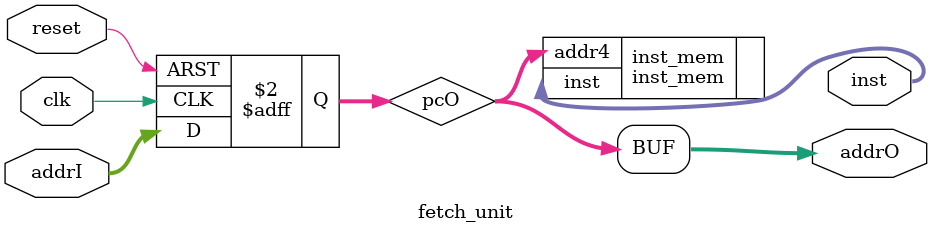
<source format=sv>
module fetch_unit(
    input clk,
    input reset,
    input logic [63:0] addrI,
    output [63:0] addrO,
    output [31:0] inst
);
logic [63:0] pcO;
inst_mem inst_mem(.addr4(pcO),
                  .inst(inst));

//wire [63:0] pcIncrementado;
//assign pcIncrementado = addrI + 4;

always_ff @(posedge clk or posedge reset) begin
    if(reset)begin
        pcO <= 0;
    end else begin
        pcO <= addrI;
    end
end

assign addrO = pcO;
endmodule
</source>
